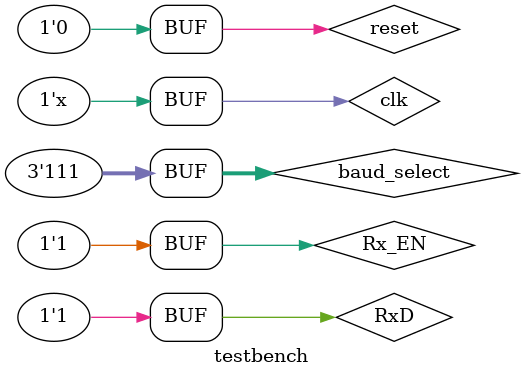
<source format=v>
`timescale 1ns/1ps

module testbench();

	reg clk = 0;
	parameter CLK_HALF_PERIOD = 10;
	reg reset;

	wire sample_ENABLE;
	reg [2:0]baud_select;
	wire[7:0] Rx_DATA;
	reg Rx_EN, RxD;

	uart_receiver myuart_receiver(.reset(reset), .clk(clk), .Rx_DATA(Rx_DATA), .baud_select(baud_select),
	.Rx_EN(Rx_EN), .RxD(RxD), .Rx_FERROR(Rx_FERROR), .Rx_PERROR(Rx_PERROR), .Rx_VALID(Rx_VALID));


	always begin
		#CLK_HALF_PERIOD clk = !clk;
	end

	initial begin
		reset = 0;
		baud_select = 3'b111;
		#100 reset = 1;
		RxD = 1'b1;
		#100 reset = 0;
		Rx_EN = 1'b1;
		#8640RxD = 1'b0;
		#8640RxD = 1'b1;
		#8640RxD = 1'b0;
		#8640RxD = 1'b1;
		#8640RxD = 1'b0;
		#8640RxD = 1'b1;
		#8640RxD = 1'b0;
		#8640RxD = 1'b1;
		#8640RxD = 1'b0;
		#8640RxD = 1'b1;
		#8640RxD = 1'b1;
		#347520 reset = 1;
		RxD = 1'b1;
		#100 reset = 0;
		Rx_EN = 1'b1;
		#8640RxD = 1'b0;
		#8640RxD = 1'b1;
		#8640RxD = 1'b0;
		#8640RxD = 1'b1;
		#8640RxD = 1'b0;
		#8640RxD = 1'b1;
		#8640RxD = 1'b0;
		#8640RxD = 1'b1;
		#8640RxD = 1'b0;
		#8640RxD = 1'b0;
		#8640RxD = 1'b1;
		#347520 reset = 1;
		RxD = 1'b1;
		#100 reset = 0;
		Rx_EN = 1'b1;
		#10000RxD = 1'b0;
		#10000RxD = 1'b1;
		#10000RxD = 1'b0;
		#10000RxD = 1'b1;
		#10000RxD = 1'b0;
		#10000RxD = 1'b1;
		#10000RxD = 1'b0;
		#10000RxD = 1'b1;
		#10000RxD = 1'b0;
		#10000RxD = 1'b0;
		#10000RxD = 1'b1;
		#347520 reset = 1;
		RxD = 1'b1;
		#100 reset = 0;
		Rx_EN = 1'b1;
		#8640RxD = 1'b0;
		#8640RxD = 1'b0;
		#8640RxD = 1'b1;
		#8640RxD = 1'b0;
		#8640RxD = 1'b1;
		#8640RxD = 1'b0;
		#8640RxD = 1'b1;
		#8640RxD = 1'b0;
		#8640RxD = 1'b1;
		#8640RxD = 1'b0;
		#8640RxD = 1'b1;

		#347520 reset = 1;
		RxD = 1'b1;
		#100 reset = 0;
		Rx_EN = 1'b1;
		#8640RxD = 1'b0;
		#8640RxD = 1'b0;
		#8640RxD = 1'b0;
		#8640RxD = 1'b1;
		#8640RxD = 1'b1;
		#8640RxD = 1'b0;
		#8640RxD = 1'b0;
		#8640RxD = 1'b1;
		#8640RxD = 1'b1;
		#8640RxD = 1'b0;
		#8640RxD = 1'b1;

		#347520 reset = 1;
		RxD = 1'b1;
		#100 reset = 0;
		Rx_EN = 1'b1;
		#8640RxD = 1'b0;
		#8640RxD = 1'b1;
		#8640RxD = 1'b0;
		#8640RxD = 1'b0;
		#8640RxD = 1'b1;
		#8640RxD = 1'b0;
		#8640RxD = 1'b0;
		#8640RxD = 1'b0;
		#8640RxD = 1'b1;
		#8640RxD = 1'b1;
		#8640RxD = 1'b1;
		// Tx_DATA = 8'b01010101;
		// #100000000Tx_WR = 1'b1;
		// #100000000Tx_WR = 1'b0;
		// Tx_DATA = 8'b11001100;
		// #100000000Tx_WR = 1'b1;
		// #100000000Tx_WR = 1'b0;
		// Tx_DATA = 8'b10001001;
		// #100000000Tx_WR = 1'b1;
	end

endmodule

</source>
